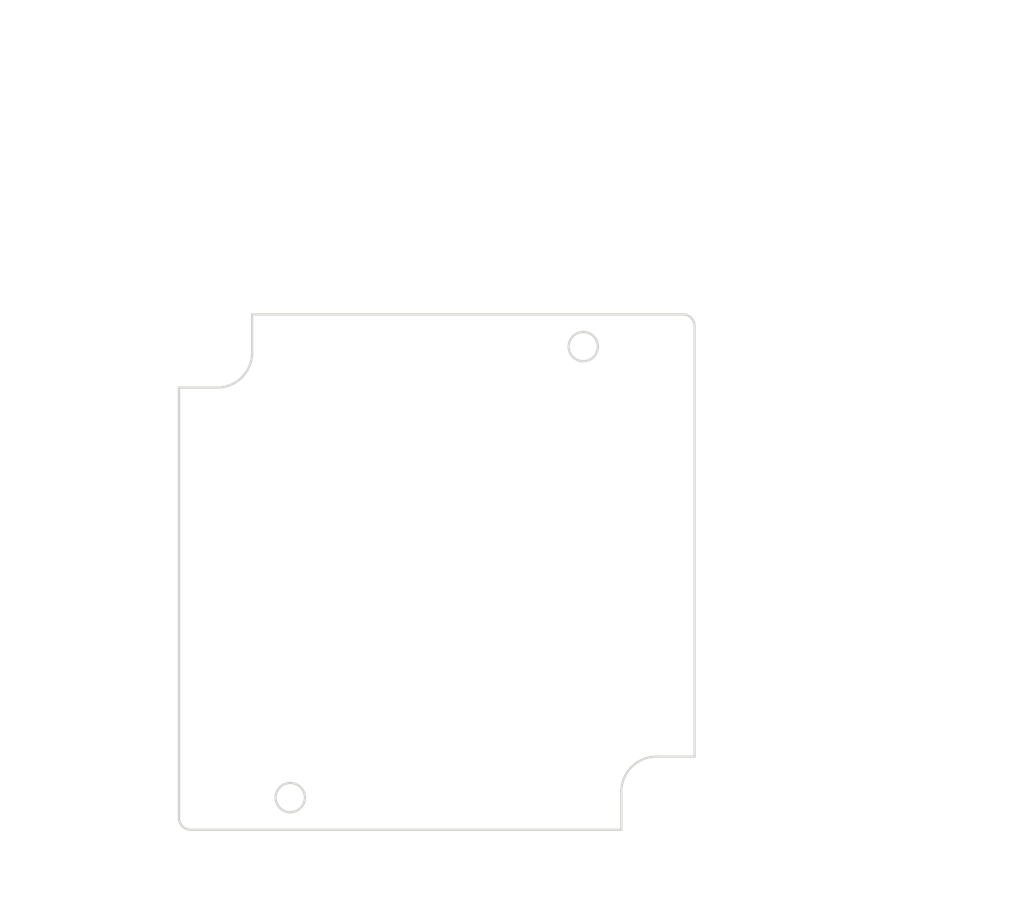
<source format=kicad_pcb>
(kicad_pcb (version 20171130) (host pcbnew "(5.1.0)-1")

  (general
    (thickness 1.6)
    (drawings 71)
    (tracks 0)
    (zones 0)
    (modules 0)
    (nets 1)
  )

  (page A4)
  (layers
    (0 F.Cu signal)
    (31 B.Cu signal)
    (32 B.Adhes user)
    (33 F.Adhes user)
    (34 B.Paste user)
    (35 F.Paste user)
    (36 B.SilkS user)
    (37 F.SilkS user)
    (38 B.Mask user)
    (39 F.Mask user)
    (40 Dwgs.User user)
    (41 Cmts.User user)
    (42 Eco1.User user)
    (43 Eco2.User user)
    (44 Edge.Cuts user)
    (45 Margin user)
    (46 B.CrtYd user)
    (47 F.CrtYd user)
    (48 B.Fab user)
    (49 F.Fab user)
  )

  (setup
    (last_trace_width 0.25)
    (trace_clearance 0.2)
    (zone_clearance 0.508)
    (zone_45_only no)
    (trace_min 0.2)
    (via_size 0.8)
    (via_drill 0.4)
    (via_min_size 0.4)
    (via_min_drill 0.3)
    (uvia_size 0.3)
    (uvia_drill 0.1)
    (uvias_allowed no)
    (uvia_min_size 0.2)
    (uvia_min_drill 0.1)
    (edge_width 0.05)
    (segment_width 0.2)
    (pcb_text_width 0.3)
    (pcb_text_size 1.5 1.5)
    (mod_edge_width 0.12)
    (mod_text_size 1 1)
    (mod_text_width 0.15)
    (pad_size 1.524 1.524)
    (pad_drill 0.762)
    (pad_to_mask_clearance 0.051)
    (solder_mask_min_width 0.25)
    (aux_axis_origin 0 0)
    (visible_elements FFFFFF7F)
    (pcbplotparams
      (layerselection 0x010fc_ffffffff)
      (usegerberextensions false)
      (usegerberattributes false)
      (usegerberadvancedattributes false)
      (creategerberjobfile false)
      (excludeedgelayer true)
      (linewidth 0.152400)
      (plotframeref false)
      (viasonmask false)
      (mode 1)
      (useauxorigin false)
      (hpglpennumber 1)
      (hpglpenspeed 20)
      (hpglpendiameter 15.000000)
      (psnegative false)
      (psa4output false)
      (plotreference true)
      (plotvalue true)
      (plotinvisibletext false)
      (padsonsilk false)
      (subtractmaskfromsilk false)
      (outputformat 1)
      (mirror false)
      (drillshape 1)
      (scaleselection 1)
      (outputdirectory ""))
  )

  (net 0 "")

  (net_class Default "This is the default net class."
    (clearance 0.2)
    (trace_width 0.25)
    (via_dia 0.8)
    (via_drill 0.4)
    (uvia_dia 0.3)
    (uvia_drill 0.1)
  )

  (gr_line (start 161.652012 118.812606) (end 124.902012 118.812606) (layer Edge.Cuts) (width 0.2))
  (gr_arc (start 124.902012 117.812606) (end 123.902012 117.812606) (angle -90) (layer Edge.Cuts) (width 0.2))
  (gr_line (start 123.902012 117.812606) (end 123.902012 81.062606) (layer Edge.Cuts) (width 0.2))
  (gr_line (start 123.902012 81.062606) (end 127.152012 81.062606) (layer Edge.Cuts) (width 0.2))
  (gr_arc (start 127.152012 78.062606) (end 127.152012 81.062606) (angle -90) (layer Edge.Cuts) (width 0.2))
  (gr_line (start 130.152012 78.062606) (end 130.152012 74.812606) (layer Edge.Cuts) (width 0.2))
  (gr_line (start 130.152012 74.812606) (end 166.902012 74.812606) (layer Edge.Cuts) (width 0.2))
  (gr_arc (start 166.902012 75.812606) (end 167.902012 75.812606) (angle -90) (layer Edge.Cuts) (width 0.2))
  (gr_line (start 167.902012 75.812606) (end 167.902012 112.562606) (layer Edge.Cuts) (width 0.2))
  (gr_line (start 167.902012 112.562606) (end 164.652012 112.562606) (layer Edge.Cuts) (width 0.2))
  (gr_arc (start 164.652012 115.562606) (end 164.652012 112.562606) (angle -90) (layer Edge.Cuts) (width 0.2))
  (gr_line (start 161.652012 115.562606) (end 161.652012 118.812606) (layer Edge.Cuts) (width 0.2))
  (gr_circle (center 158.402012 77.562606) (end 159.652012 77.562606) (layer Edge.Cuts) (width 0.2))
  (gr_circle (center 133.402012 116.062606) (end 134.652012 116.062606) (layer Edge.Cuts) (width 0.2))
  (gr_text [1.49] (at 183.404546 88.077067) (layer Dwgs.User)
    (effects (font (size 1.7 1.53) (thickness 0.2125)))
  )
  (gr_text " 37.75" (at 183.404546 84.519052) (layer Dwgs.User)
    (effects (font (size 1.7 1.53) (thickness 0.2125)))
  )
  (gr_line (start 183.404546 110.562606) (end 183.404546 89.745621) (layer Dwgs.User) (width 0.2))
  (gr_line (start 183.404546 76.812606) (end 183.404546 82.629591) (layer Dwgs.User) (width 0.2))
  (gr_line (start 168.902012 112.562606) (end 186.579546 112.562606) (layer Dwgs.User) (width 0.2))
  (gr_line (start 167.902012 74.812606) (end 186.579546 74.812606) (layer Dwgs.User) (width 0.2))
  (gr_text [1.73] (at 191.998876 94.569128) (layer Dwgs.User)
    (effects (font (size 1.7 1.53) (thickness 0.2125)))
  )
  (gr_text " 44.00" (at 191.998876 91.011692) (layer Dwgs.User)
    (effects (font (size 1.7 1.53) (thickness 0.2125)))
  )
  (gr_line (start 191.998876 116.812606) (end 191.998876 96.237102) (layer Dwgs.User) (width 0.2))
  (gr_line (start 191.998876 76.812606) (end 191.998876 89.122231) (layer Dwgs.User) (width 0.2))
  (gr_line (start 162.652012 118.812606) (end 195.173876 118.812606) (layer Dwgs.User) (width 0.2))
  (gr_line (start 167.902012 74.812606) (end 195.173876 74.812606) (layer Dwgs.User) (width 0.2))
  (gr_text [R0.04] (at 113.134898 124.770934) (layer Dwgs.User)
    (effects (font (size 1.7 1.53) (thickness 0.2125)))
  )
  (gr_text " R1.00" (at 113.134898 121.213499) (layer Dwgs.User)
    (effects (font (size 1.7 1.53) (thickness 0.2125)))
  )
  (gr_line (start 119.605669 122.881473) (end 122.734659 119.886872) (layer Dwgs.User) (width 0.2))
  (gr_line (start 117.605669 122.881473) (end 119.605669 122.881473) (layer Dwgs.User) (width 0.2))
  (gr_text [R0.12] (at 139.271167 84.086769) (layer Dwgs.User)
    (effects (font (size 1.7 1.53) (thickness 0.2125)))
  )
  (gr_text " R3.00" (at 139.271167 80.528754) (layer Dwgs.User)
    (effects (font (size 1.7 1.53) (thickness 0.2125)))
  )
  (gr_line (start 132.800396 82.197308) (end 131.186572 81.015964) (layer Dwgs.User) (width 0.2))
  (gr_line (start 134.800396 82.197308) (end 132.800396 82.197308) (layer Dwgs.User) (width 0.2))
  (gr_text [.11] (at 173.209144 87.4244) (layer Dwgs.User)
    (effects (font (size 1.7 1.53) (thickness 0.2125)))
  )
  (gr_text " 2.75" (at 173.209144 83.866964) (layer Dwgs.User)
    (effects (font (size 1.7 1.53) (thickness 0.2125)))
  )
  (gr_line (start 178.602629 85.534939) (end 176.602629 85.534939) (layer Dwgs.User) (width 0.2))
  (gr_line (start 178.602629 79.562606) (end 178.602629 85.534939) (layer Dwgs.User) (width 0.2))
  (gr_line (start 178.602629 72.812606) (end 178.602629 70.812606) (layer Dwgs.User) (width 0.2))
  (gr_line (start 159.402012 77.562606) (end 181.777629 77.562606) (layer Dwgs.User) (width 0.2))
  (gr_line (start 167.902012 74.812606) (end 181.777629 74.812606) (layer Dwgs.User) (width 0.2))
  (gr_text [.37] (at 152.536577 72.090448) (layer Dwgs.User)
    (effects (font (size 1.7 1.53) (thickness 0.2125)))
  )
  (gr_text " 9.50" (at 152.536577 68.533012) (layer Dwgs.User)
    (effects (font (size 1.7 1.53) (thickness 0.2125)))
  )
  (gr_line (start 158.402012 70.200986) (end 155.920786 70.200986) (layer Dwgs.User) (width 0.2))
  (gr_line (start 165.902012 70.200986) (end 160.402012 70.200986) (layer Dwgs.User) (width 0.2))
  (gr_line (start 158.402012 76.562606) (end 158.402012 67.025986) (layer Dwgs.User) (width 0.2))
  (gr_line (start 167.902012 74.812606) (end 167.902012 67.025986) (layer Dwgs.User) (width 0.2))
  (gr_text [.98] (at 139.972477 125.396579) (layer Dwgs.User)
    (effects (font (size 1.7 1.53) (thickness 0.2125)))
  )
  (gr_text " 25.00" (at 139.972477 121.839144) (layer Dwgs.User)
    (effects (font (size 1.7 1.53) (thickness 0.2125)))
  )
  (gr_line (start 135.402012 123.507118) (end 135.927866 123.507118) (layer Dwgs.User) (width 0.2))
  (gr_line (start 156.402012 123.507118) (end 144.017088 123.507118) (layer Dwgs.User) (width 0.2))
  (gr_line (start 133.402012 117.062606) (end 133.402012 126.682118) (layer Dwgs.User) (width 0.2))
  (gr_line (start 158.402012 78.562606) (end 158.402012 126.682118) (layer Dwgs.User) (width 0.2))
  (gr_text [1.52] (at 118.139471 91.202067) (layer Dwgs.User)
    (effects (font (size 1.7 1.53) (thickness 0.2125)))
  )
  (gr_text " 38.50" (at 118.139471 87.644052) (layer Dwgs.User)
    (effects (font (size 1.7 1.53) (thickness 0.2125)))
  )
  (gr_line (start 118.139471 114.062606) (end 118.139471 92.870621) (layer Dwgs.User) (width 0.2))
  (gr_line (start 118.139471 79.562606) (end 118.139471 85.754591) (layer Dwgs.User) (width 0.2))
  (gr_line (start 132.402012 116.062606) (end 114.964471 116.062606) (layer Dwgs.User) (width 0.2))
  (gr_line (start 157.402012 77.562606) (end 114.964471 77.562606) (layer Dwgs.User) (width 0.2))
  (gr_text [1.49] (at 149.277012 60.702067) (layer Dwgs.User)
    (effects (font (size 1.7 1.53) (thickness 0.2125)))
  )
  (gr_text " 37.75" (at 149.277012 57.144052) (layer Dwgs.User)
    (effects (font (size 1.7 1.53) (thickness 0.2125)))
  )
  (gr_line (start 165.902012 58.812606) (end 153.3309 58.812606) (layer Dwgs.User) (width 0.2))
  (gr_line (start 132.152012 58.812606) (end 145.223124 58.812606) (layer Dwgs.User) (width 0.2))
  (gr_line (start 167.902012 74.812606) (end 167.902012 55.637606) (layer Dwgs.User) (width 0.2))
  (gr_line (start 130.152012 73.812606) (end 130.152012 55.637606) (layer Dwgs.User) (width 0.2))
  (gr_text [1.73] (at 152.968619 53.134433) (layer Dwgs.User)
    (effects (font (size 1.7 1.53) (thickness 0.2125)))
  )
  (gr_text " 44.00" (at 152.968619 49.576998) (layer Dwgs.User)
    (effects (font (size 1.7 1.53) (thickness 0.2125)))
  )
  (gr_line (start 125.902012 51.244972) (end 148.924008 51.244972) (layer Dwgs.User) (width 0.2))
  (gr_line (start 165.902012 51.244972) (end 157.013231 51.244972) (layer Dwgs.User) (width 0.2))
  (gr_line (start 123.902012 80.062606) (end 123.902012 48.069972) (layer Dwgs.User) (width 0.2))
  (gr_line (start 167.902012 74.812606) (end 167.902012 48.069972) (layer Dwgs.User) (width 0.2))

)

</source>
